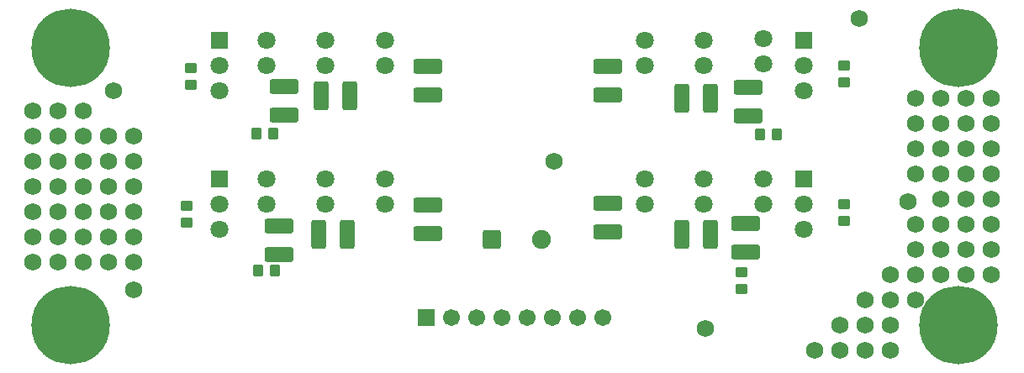
<source format=gts>
G04 Layer_Color=8388736*
%FSLAX23Y23*%
%MOIN*%
G70*
G01*
G75*
G04:AMPARAMS|DCode=29|XSize=114mil|YSize=59mil|CornerRadius=10mil|HoleSize=0mil|Usage=FLASHONLY|Rotation=0.000|XOffset=0mil|YOffset=0mil|HoleType=Round|Shape=RoundedRectangle|*
%AMROUNDEDRECTD29*
21,1,0.114,0.038,0,0,0.0*
21,1,0.094,0.059,0,0,0.0*
1,1,0.021,0.047,-0.019*
1,1,0.021,-0.047,-0.019*
1,1,0.021,-0.047,0.019*
1,1,0.021,0.047,0.019*
%
%ADD29ROUNDEDRECTD29*%
G04:AMPARAMS|DCode=30|XSize=114mil|YSize=59mil|CornerRadius=10mil|HoleSize=0mil|Usage=FLASHONLY|Rotation=270.000|XOffset=0mil|YOffset=0mil|HoleType=Round|Shape=RoundedRectangle|*
%AMROUNDEDRECTD30*
21,1,0.114,0.038,0,0,270.0*
21,1,0.094,0.059,0,0,270.0*
1,1,0.021,-0.019,-0.047*
1,1,0.021,-0.019,0.047*
1,1,0.021,0.019,0.047*
1,1,0.021,0.019,-0.047*
%
%ADD30ROUNDEDRECTD30*%
G04:AMPARAMS|DCode=31|XSize=47mil|YSize=43mil|CornerRadius=8mil|HoleSize=0mil|Usage=FLASHONLY|Rotation=270.000|XOffset=0mil|YOffset=0mil|HoleType=Round|Shape=RoundedRectangle|*
%AMROUNDEDRECTD31*
21,1,0.047,0.027,0,0,270.0*
21,1,0.031,0.043,0,0,270.0*
1,1,0.017,-0.013,-0.015*
1,1,0.017,-0.013,0.015*
1,1,0.017,0.013,0.015*
1,1,0.017,0.013,-0.015*
%
%ADD31ROUNDEDRECTD31*%
G04:AMPARAMS|DCode=32|XSize=47mil|YSize=43mil|CornerRadius=8mil|HoleSize=0mil|Usage=FLASHONLY|Rotation=0.000|XOffset=0mil|YOffset=0mil|HoleType=Round|Shape=RoundedRectangle|*
%AMROUNDEDRECTD32*
21,1,0.047,0.027,0,0,0.0*
21,1,0.031,0.043,0,0,0.0*
1,1,0.017,0.015,-0.013*
1,1,0.017,-0.015,-0.013*
1,1,0.017,-0.015,0.013*
1,1,0.017,0.015,0.013*
%
%ADD32ROUNDEDRECTD32*%
%ADD33C,0.071*%
%ADD34C,0.068*%
%ADD35C,0.071*%
%ADD36R,0.071X0.071*%
%ADD37C,0.067*%
%ADD38R,0.067X0.067*%
G04:AMPARAMS|DCode=39|XSize=75mil|YSize=75mil|CornerRadius=12mil|HoleSize=0mil|Usage=FLASHONLY|Rotation=0.000|XOffset=0mil|YOffset=0mil|HoleType=Round|Shape=RoundedRectangle|*
%AMROUNDEDRECTD39*
21,1,0.075,0.050,0,0,0.0*
21,1,0.050,0.075,0,0,0.0*
1,1,0.025,0.025,-0.025*
1,1,0.025,-0.025,-0.025*
1,1,0.025,-0.025,0.025*
1,1,0.025,0.025,0.025*
%
%ADD39ROUNDEDRECTD39*%
%ADD40C,0.075*%
%ADD41C,0.311*%
D29*
X2330Y568D02*
D03*
Y682D02*
D03*
Y1113D02*
D03*
Y1227D02*
D03*
X1615Y1113D02*
D03*
Y1227D02*
D03*
Y563D02*
D03*
Y677D02*
D03*
X1025Y478D02*
D03*
Y592D02*
D03*
X1045Y1033D02*
D03*
Y1147D02*
D03*
X2885Y1028D02*
D03*
Y1142D02*
D03*
X2875Y488D02*
D03*
Y602D02*
D03*
D30*
X2737Y560D02*
D03*
X2623D02*
D03*
X2737Y1100D02*
D03*
X2623D02*
D03*
X1193Y1110D02*
D03*
X1307D02*
D03*
X1183Y560D02*
D03*
X1297D02*
D03*
D31*
X1008Y415D02*
D03*
X942D02*
D03*
X1003Y960D02*
D03*
X937D02*
D03*
X2932Y955D02*
D03*
X2998D02*
D03*
D32*
X2860Y408D02*
D03*
Y342D02*
D03*
X660Y673D02*
D03*
Y607D02*
D03*
X675Y1218D02*
D03*
Y1152D02*
D03*
X3265Y1228D02*
D03*
Y1162D02*
D03*
Y678D02*
D03*
Y612D02*
D03*
D33*
X2475Y780D02*
D03*
Y680D02*
D03*
X2710Y780D02*
D03*
Y680D02*
D03*
X2475Y1330D02*
D03*
Y1230D02*
D03*
X2710Y1330D02*
D03*
Y1230D02*
D03*
X1445Y1330D02*
D03*
Y1230D02*
D03*
X1210Y1330D02*
D03*
Y1230D02*
D03*
X1445Y780D02*
D03*
Y680D02*
D03*
X1210Y780D02*
D03*
Y680D02*
D03*
X975Y780D02*
D03*
Y680D02*
D03*
Y1330D02*
D03*
Y1230D02*
D03*
X2945Y1335D02*
D03*
Y1235D02*
D03*
Y780D02*
D03*
Y680D02*
D03*
D34*
X2715Y185D02*
D03*
X2115Y850D02*
D03*
X3520Y690D02*
D03*
X3325Y1415D02*
D03*
X370Y1130D02*
D03*
X450Y340D02*
D03*
Y750D02*
D03*
Y650D02*
D03*
X350Y750D02*
D03*
Y650D02*
D03*
Y550D02*
D03*
X3450Y200D02*
D03*
Y100D02*
D03*
X3350D02*
D03*
X3150D02*
D03*
X3250D02*
D03*
Y200D02*
D03*
X3350D02*
D03*
Y300D02*
D03*
X3450D02*
D03*
Y400D02*
D03*
X3550Y300D02*
D03*
Y400D02*
D03*
Y500D02*
D03*
Y600D02*
D03*
X3650Y400D02*
D03*
Y500D02*
D03*
Y600D02*
D03*
Y700D02*
D03*
X3750D02*
D03*
Y600D02*
D03*
Y500D02*
D03*
Y400D02*
D03*
X3850Y700D02*
D03*
Y600D02*
D03*
Y500D02*
D03*
Y400D02*
D03*
Y800D02*
D03*
Y900D02*
D03*
Y1000D02*
D03*
Y1100D02*
D03*
X3750Y800D02*
D03*
Y900D02*
D03*
Y1000D02*
D03*
Y1100D02*
D03*
X3650Y800D02*
D03*
Y900D02*
D03*
Y1000D02*
D03*
Y1100D02*
D03*
X3550D02*
D03*
Y1000D02*
D03*
Y900D02*
D03*
Y800D02*
D03*
X450Y950D02*
D03*
Y850D02*
D03*
X350D02*
D03*
Y950D02*
D03*
X250Y450D02*
D03*
X150D02*
D03*
X50D02*
D03*
X250Y550D02*
D03*
X150D02*
D03*
X50D02*
D03*
X250Y650D02*
D03*
X150D02*
D03*
X50D02*
D03*
X250Y750D02*
D03*
X150D02*
D03*
X50D02*
D03*
Y850D02*
D03*
X150D02*
D03*
X250D02*
D03*
Y950D02*
D03*
X150D02*
D03*
X50D02*
D03*
Y1050D02*
D03*
X150D02*
D03*
X250D02*
D03*
X350Y450D02*
D03*
X450D02*
D03*
Y550D02*
D03*
D35*
X3105Y580D02*
D03*
Y680D02*
D03*
Y1130D02*
D03*
Y1230D02*
D03*
X790Y1130D02*
D03*
Y1230D02*
D03*
Y580D02*
D03*
Y680D02*
D03*
D36*
X3105Y780D02*
D03*
Y1330D02*
D03*
X790D02*
D03*
Y780D02*
D03*
D37*
X2310Y230D02*
D03*
X2210D02*
D03*
X2110D02*
D03*
X2010D02*
D03*
X1910D02*
D03*
X1810D02*
D03*
X1710D02*
D03*
D38*
X1610D02*
D03*
D39*
X1870Y540D02*
D03*
D40*
X2067D02*
D03*
D41*
X200Y200D02*
D03*
X3720D02*
D03*
X200Y1300D02*
D03*
X3720D02*
D03*
M02*

</source>
